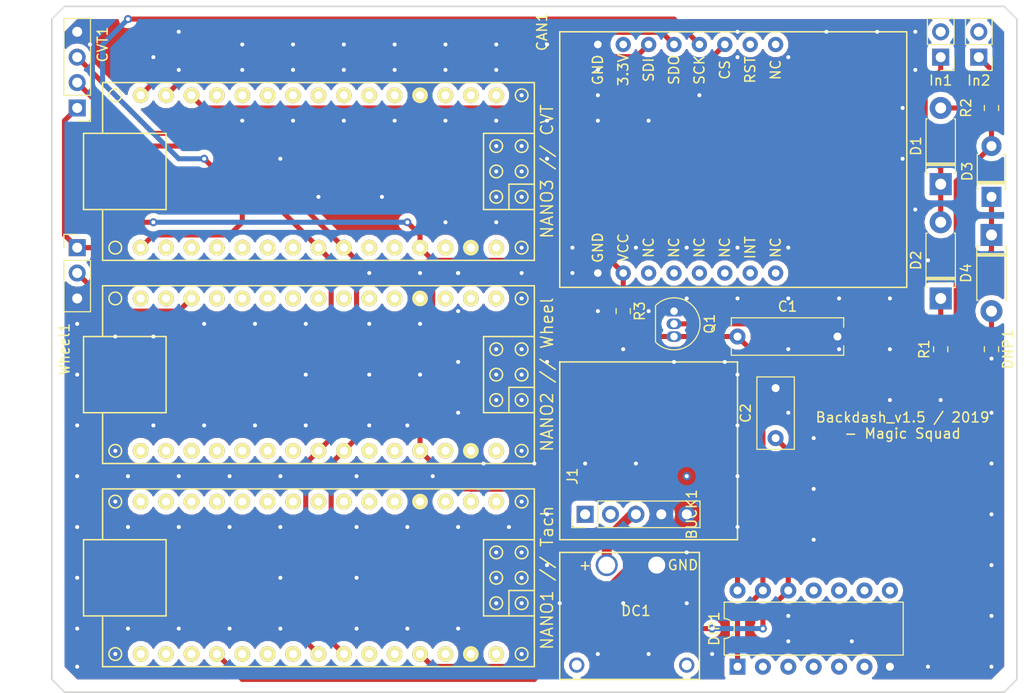
<source format=kicad_pcb>
(kicad_pcb (version 20171130) (host pcbnew 6.0.0-rc1-unknown-7c960aa~66~ubuntu18.04.1)
  (layers (0 F.Cu signal) (31 B.Cu signal) (34 B.Paste user) (35 F.Paste user) (36 B.SilkS user) (37 F.SilkS user) (38 B.Mask user) (39 F.Mask user) (44 Edge.Cuts user))
  (net 0 "")
  (net 1 /GND)
  (net 2 /VCC)
  (net 3 /A5)
  (net 4 /A4)
  (net 5 /A0)
  (net 6 /D10)
  (net 7 /SDI)
  (net 8 /SCK)
  (net 9 "Net-(BUCK1-Pad1)")
  (net 10 "Net-(BUCK1-Pad2)")
  (net 11 "Net-(C1-Pad1)")
  (net 12 /RST)
  (net 13 /CS)
  (net 14 /SDO)
  (net 15 /INT)
  (net 16 "Net-(D1-Pad2)")
  (net 17 "Net-(D1-Pad1)")
  (net 18 "Net-(D2-Pad1)")
  (net 19 "Net-(D3-Pad2)")
  (net 20 "Net-(D3-Pad1)")
  (net 21 "Net-(D4-Pad2)")
  (net 22 "Net-(DIP1-Pad6)")
  (net 23 "Net-(DIP1-Pad5)")
  (net 24 "Net-(DIP1-Pad11)")
  (net 25 "Net-(DIP1-Pad4)")
  (net 26 "Net-(DIP1-Pad10)")
  (net 27 "Net-(DIP1-Pad3)")
  (net 28 "Net-(DIP1-Pad9)")
  (net 29 "Net-(DIP1-Pad2)")
  (net 30 "Net-(DIP1-Pad8)")
  (net 31 /REF)
  (net 32 /+)
  (net 33 "Net-(CAN1-Pad8)")
  (net 34 "Net-(CAN1-Pad2)")
  (net 35 "Net-(CAN1-Pad9)")
  (net 36 "Net-(CAN1-Pad11)")
  (net 37 "Net-(CAN1-Pad12)")
  (net 38 "Net-(CAN1-Pad13)")
  (net 39 "Net-(CAN1-Pad14)")
  (net 40 "Net-(DC1-Pad3)")
  (net 41 "Net-(DC1-Pad4)")
  (net 42 "Net-(NANO1/Tach1-Pad30)")
  (net 43 "Net-(NANO1/Tach1-Pad1)")
  (net 44 "Net-(NANO1/Tach1-Pad2)")
  (net 45 "Net-(NANO1/Tach1-Pad26)")
  (net 46 "Net-(NANO1/Tach1-Pad5)")
  (net 47 "Net-(NANO1/Tach1-Pad25)")
  (net 48 "Net-(NANO1/Tach1-Pad6)")
  (net 49 "Net-(NANO1/Tach1-Pad7)")
  (net 50 "Net-(NANO1/Tach1-Pad8)")
  (net 51 "Net-(NANO1/Tach1-Pad22)")
  (net 52 "Net-(NANO1/Tach1-Pad9)")
  (net 53 "Net-(NANO1/Tach1-Pad21)")
  (net 54 "Net-(NANO1/Tach1-Pad10)")
  (net 55 "Net-(NANO1/Tach1-Pad20)")
  (net 56 "Net-(NANO1/Tach1-Pad11)")
  (net 57 "Net-(NANO1/Tach1-Pad12)")
  (net 58 "Net-(NANO1/Tach1-Pad18)")
  (net 59 "Net-(NANO1/Tach1-Pad13)")
  (net 60 "Net-(NANO1/Tach1-Pad17)")
  (net 61 "Net-(NANO1/Tach1-Pad14)")
  (net 62 "Net-(NANO1/Tach1-Pad16)")
  (net 63 "Net-(NANO1/Tach1-Pad15)")
  (net 64 "Net-(NANO2/Wheel1-Pad30)")
  (net 65 "Net-(NANO2/Wheel1-Pad1)")
  (net 66 "Net-(NANO2/Wheel1-Pad2)")
  (net 67 "Net-(NANO2/Wheel1-Pad26)")
  (net 68 "Net-(NANO2/Wheel1-Pad5)")
  (net 69 "Net-(NANO2/Wheel1-Pad25)")
  (net 70 "Net-(NANO2/Wheel1-Pad6)")
  (net 71 "Net-(NANO2/Wheel1-Pad7)")
  (net 72 "Net-(NANO2/Wheel1-Pad8)")
  (net 73 "Net-(NANO2/Wheel1-Pad22)")
  (net 74 "Net-(NANO2/Wheel1-Pad9)")
  (net 75 "Net-(NANO2/Wheel1-Pad21)")
  (net 76 "Net-(NANO2/Wheel1-Pad10)")
  (net 77 "Net-(NANO2/Wheel1-Pad20)")
  (net 78 "Net-(NANO2/Wheel1-Pad11)")
  (net 79 "Net-(NANO2/Wheel1-Pad19)")
  (net 80 "Net-(NANO2/Wheel1-Pad12)")
  (net 81 "Net-(NANO2/Wheel1-Pad18)")
  (net 82 "Net-(NANO2/Wheel1-Pad17)")
  (net 83 "Net-(NANO2/Wheel1-Pad14)")
  (net 84 "Net-(NANO2/Wheel1-Pad16)")
  (net 85 "Net-(NANO2/Wheel1-Pad15)")
  (net 86 "Net-(NANO3/CVT1-Pad17)")
  (net 87 "Net-(NANO3/CVT1-Pad12)")
  (net 88 "Net-(NANO3/CVT1-Pad19)")
  (net 89 "Net-(NANO3/CVT1-Pad11)")
  (net 90 "Net-(NANO3/CVT1-Pad20)")
  (net 91 "Net-(NANO3/CVT1-Pad10)")
  (net 92 "Net-(NANO3/CVT1-Pad21)")
  (net 93 "Net-(NANO3/CVT1-Pad9)")
  (net 94 "Net-(NANO3/CVT1-Pad22)")
  (net 95 "Net-(NANO3/CVT1-Pad8)")
  (net 96 "Net-(NANO3/CVT1-Pad7)")
  (net 97 "Net-(NANO3/CVT1-Pad6)")
  (net 98 "Net-(NANO3/CVT1-Pad25)")
  (net 99 "Net-(NANO3/CVT1-Pad5)")
  (net 100 "Net-(NANO3/CVT1-Pad26)")
  (net 101 "Net-(NANO3/CVT1-Pad2)")
  (net 102 "Net-(NANO3/CVT1-Pad1)")
  (net 103 "Net-(NANO3/CVT1-Pad30)")
  (module TestBaja:arduino_nano (layer F.Cu) (at 88.9 54.61 180)
    (fp_text reference "NANO2 // Wheel" (at -22.86 0 270) (layer F.SilkS) (effects (font (size 1.2 1.2))))
    (fp_text value Conn_01x30_Female)
    (pad 30 thru_hole circle (at -17.78 -7.62 180) (size 1.5748 1.5748) (drill 0.8) (layers *.Cu *.Mask F.SilkS) (net 64 "Net-(NANO2/Wheel1-Pad30)"))
    (pad 1 thru_hole circle (at -17.78 7.62 180) (size 1.5748 1.5748) (drill 0.8) (layers *.Cu *.Mask F.SilkS) (net 65 "Net-(NANO2/Wheel1-Pad1)"))
    (pad 29 thru_hole circle (at -15.24 -7.62 180) (size 1.5748 1.5748) (drill 0.8) (layers *.Cu *.Mask F.SilkS) (net 1 /GND))
    (pad 2 thru_hole circle (at -15.24 7.62 180) (size 1.5748 1.5748) (drill 0.8) (layers *.Cu *.Mask F.SilkS) (net 66 "Net-(NANO2/Wheel1-Pad2)"))
    (pad 28 thru_hole circle (at -12.7 -7.62 180) (size 1.5748 1.5748) (drill 0.8) (layers *.Cu *.Mask F.SilkS) (net 12 /RST))
    (pad 3 thru_hole circle (at -12.7 7.62 180) (size 1.5748 1.5748) (drill 0.8) (layers *.Cu *.Mask F.SilkS) (net 12 /RST))
    (pad 27 thru_hole circle (at -10.16 -7.62 180) (size 1.5748 1.5748) (drill 0.8) (layers *.Cu *.Mask F.SilkS) (net 2 /VCC))
    (pad 4 thru_hole circle (at -10.16 7.62 180) (size 1.5748 1.5748) (drill 0.8) (layers *.Cu *.Mask F.SilkS) (net 1 /GND))
    (pad 26 thru_hole circle (at -7.62 -7.62 180) (size 1.5748 1.5748) (drill 0.8) (layers *.Cu *.Mask F.SilkS) (net 67 "Net-(NANO2/Wheel1-Pad26)"))
    (pad 5 thru_hole circle (at -7.62 7.62 180) (size 1.5748 1.5748) (drill 0.8) (layers *.Cu *.Mask F.SilkS) (net 68 "Net-(NANO2/Wheel1-Pad5)"))
    (pad 25 thru_hole circle (at -5.08 -7.62 180) (size 1.5748 1.5748) (drill 0.8) (layers *.Cu *.Mask F.SilkS) (net 69 "Net-(NANO2/Wheel1-Pad25)"))
    (pad 6 thru_hole circle (at -5.08 7.62 180) (size 1.5748 1.5748) (drill 0.8) (layers *.Cu *.Mask F.SilkS) (net 70 "Net-(NANO2/Wheel1-Pad6)"))
    (pad 24 thru_hole circle (at -2.54 -7.62 180) (size 1.5748 1.5748) (drill 0.8) (layers *.Cu *.Mask F.SilkS) (net 3 /A5))
    (pad 7 thru_hole circle (at -2.54 7.62 180) (size 1.5748 1.5748) (drill 0.8) (layers *.Cu *.Mask F.SilkS) (net 71 "Net-(NANO2/Wheel1-Pad7)"))
    (pad 23 thru_hole circle (at 0 -7.62 180) (size 1.5748 1.5748) (drill 0.8) (layers *.Cu *.Mask F.SilkS) (net 4 /A4))
    (pad 8 thru_hole circle (at 0 7.62 180) (size 1.5748 1.5748) (drill 0.8) (layers *.Cu *.Mask F.SilkS) (net 72 "Net-(NANO2/Wheel1-Pad8)"))
    (pad 22 thru_hole circle (at 2.54 -7.62 180) (size 1.5748 1.5748) (drill 0.8) (layers *.Cu *.Mask F.SilkS) (net 73 "Net-(NANO2/Wheel1-Pad22)"))
    (pad 9 thru_hole circle (at 2.54 7.62 180) (size 1.5748 1.5748) (drill 0.8) (layers *.Cu *.Mask F.SilkS) (net 74 "Net-(NANO2/Wheel1-Pad9)"))
    (pad 21 thru_hole circle (at 5.08 -7.62 180) (size 1.5748 1.5748) (drill 0.8) (layers *.Cu *.Mask F.SilkS) (net 75 "Net-(NANO2/Wheel1-Pad21)"))
    (pad 10 thru_hole circle (at 5.08 7.62 180) (size 1.5748 1.5748) (drill 0.8) (layers *.Cu *.Mask F.SilkS) (net 76 "Net-(NANO2/Wheel1-Pad10)"))
    (pad 20 thru_hole circle (at 7.62 -7.62 180) (size 1.5748 1.5748) (drill 0.8) (layers *.Cu *.Mask F.SilkS) (net 77 "Net-(NANO2/Wheel1-Pad20)"))
    (pad 11 thru_hole circle (at 7.62 7.62 180) (size 1.5748 1.5748) (drill 0.8) (layers *.Cu *.Mask F.SilkS) (net 78 "Net-(NANO2/Wheel1-Pad11)"))
    (pad 19 thru_hole circle (at 10.16 -7.62 180) (size 1.5748 1.5748) (drill 0.8) (layers *.Cu *.Mask F.SilkS) (net 79 "Net-(NANO2/Wheel1-Pad19)"))
    (pad 12 thru_hole circle (at 10.16 7.62 180) (size 1.5748 1.5748) (drill 0.8) (layers *.Cu *.Mask F.SilkS) (net 80 "Net-(NANO2/Wheel1-Pad12)"))
    (pad 18 thru_hole circle (at 12.7 -7.62 180) (size 1.5748 1.5748) (drill 0.8) (layers *.Cu *.Mask F.SilkS) (net 81 "Net-(NANO2/Wheel1-Pad18)"))
    (pad 13 thru_hole circle (at 12.7 7.62 180) (size 1.5748 1.5748) (drill 0.8) (layers *.Cu *.Mask F.SilkS) (net 6 /D10))
    (pad 17 thru_hole circle (at 15.24 -7.62 180) (size 1.5748 1.5748) (drill 0.8) (layers *.Cu *.Mask F.SilkS) (net 82 "Net-(NANO2/Wheel1-Pad17)"))
    (pad 14 thru_hole circle (at 15.24 7.62 180) (size 1.5748 1.5748) (drill 0.8) (layers *.Cu *.Mask F.SilkS) (net 83 "Net-(NANO2/Wheel1-Pad14)"))
    (pad 16 thru_hole circle (at 17.78 -7.62 180) (size 1.5748 1.5748) (drill 0.8) (layers *.Cu *.Mask F.SilkS) (net 84 "Net-(NANO2/Wheel1-Pad16)"))
    (pad 15 thru_hole circle (at 17.78 7.62 180) (size 1.5748 1.5748) (drill 0.8) (layers *.Cu *.Mask F.SilkS) (net 85 "Net-(NANO2/Wheel1-Pad15)"))
  )
  (module TestBaja:CAN_Module (layer F.Cu) (at 113.03 20.32 270)
    (fp_text reference CAN1 (at 0 1.77 270) (layer F.SilkS))
    (fp_text value Conn_01x16_Female)
    (fp_text user NC (at 3.81 -21.59 270) (layer F.SilkS))
    (fp_text user RST (at 3.81 -19.05 270) (layer F.SilkS))
    (fp_text user CS (at 3.81 -16.51 270) (layer F.SilkS))
    (fp_text user SCK (at 3.81 -13.97 270) (layer F.SilkS))
    (fp_text user SDO (at 3.81 -11.43 270) (layer F.SilkS))
    (fp_text user SDI (at 3.81 -8.89 270) (layer F.SilkS))
    (fp_text user 3.3V (at 3.81 -6.35 270) (layer F.SilkS))
    (fp_text user GND (at 3.81 -3.81 270) (layer F.SilkS))
    (fp_text user NC (at 21.59 -21.59 270) (layer F.SilkS))
    (fp_text user INT (at 21.59 -19.05 270) (layer F.SilkS))
    (fp_text user NC (at 21.59 -16.51 270) (layer F.SilkS))
    (fp_text user NC (at 21.59 -13.97 270) (layer F.SilkS))
    (fp_text user NC (at 21.59 -11.43 270) (layer F.SilkS))
    (fp_text user NC (at 21.59 -8.89 270) (layer F.SilkS))
    (fp_text user VCC (at 21.59 -6.35 270) (layer F.SilkS))
    (fp_text user GND (at 21.59 -3.81 270) (layer F.SilkS))
    (pad 16 thru_hole circle (at 24.13 -3.81 270) (size 1.524 1.524) (drill 0.762) (layers *.Cu *.Mask) (net 1 /GND))
    (pad 15 thru_hole circle (at 24.13 -6.35 270) (size 1.524 1.524) (drill 0.762) (layers *.Cu *.Mask) (net 2 /VCC))
    (pad 14 thru_hole circle (at 24.13 -8.89 270) (size 1.524 1.524) (drill 0.762) (layers *.Cu *.Mask) (net 39 "Net-(CAN1-Pad14)"))
    (pad 13 thru_hole circle (at 24.13 -11.43 270) (size 1.524 1.524) (drill 0.762) (layers *.Cu *.Mask) (net 38 "Net-(CAN1-Pad13)"))
    (pad 12 thru_hole circle (at 24.13 -13.97 270) (size 1.524 1.524) (drill 0.762) (layers *.Cu *.Mask) (net 37 "Net-(CAN1-Pad12)"))
    (pad 11 thru_hole circle (at 24.13 -16.51 270) (size 1.524 1.524) (drill 0.762) (layers *.Cu *.Mask) (net 36 "Net-(CAN1-Pad11)"))
    (pad 10 thru_hole circle (at 24.13 -19.05 270) (size 1.524 1.524) (drill 0.762) (layers *.Cu *.Mask) (net 15 /INT))
    (pad 9 thru_hole circle (at 24.13 -21.59 270) (size 1.524 1.524) (drill 0.762) (layers *.Cu *.Mask) (net 35 "Net-(CAN1-Pad9)"))
    (pad 1 thru_hole circle (at 1.27 -3.81 270) (size 1.524 1.524) (drill 0.762) (layers *.Cu *.Mask) (net 1 /GND))
    (pad 2 thru_hole circle (at 1.27 -6.35 270) (size 1.524 1.524) (drill 0.762) (layers *.Cu *.Mask) (net 34 "Net-(CAN1-Pad2)"))
    (pad 3 thru_hole circle (at 1.27 -8.89 270) (size 1.524 1.524) (drill 0.762) (layers *.Cu *.Mask) (net 7 /SDI))
    (pad 4 thru_hole circle (at 1.27 -11.43 270) (size 1.524 1.524) (drill 0.762) (layers *.Cu *.Mask) (net 14 /SDO))
    (pad 5 thru_hole circle (at 1.27 -13.97 270) (size 1.524 1.524) (drill 0.762) (layers *.Cu *.Mask) (net 8 /SCK))
    (pad 6 thru_hole circle (at 1.27 -16.51 270) (size 1.524 1.524) (drill 0.762) (layers *.Cu *.Mask) (net 13 /CS))
    (pad 7 thru_hole circle (at 1.27 -19.05 270) (size 1.524 1.524) (drill 0.762) (layers *.Cu *.Mask) (net 12 /RST))
    (pad 8 thru_hole circle (at 1.27 -21.59 270) (size 1.524 1.524) (drill 0.762) (layers *.Cu *.Mask) (net 33 "Net-(CAN1-Pad8)"))
  )
  (module TestBaja:Buck_module (layer F.Cu) (at 130.81 71.12 90)
    (fp_text reference BUCK1 (at 2.54 -4.58 90) (layer F.SilkS))
    (fp_text value Conn_01x05_Female)
    (fp_text user J1 (at 6.35 -16.51 90) (layer F.SilkS))
    (pad 2 thru_hole oval (at 2.54 -12.7 90) (size 1.7 1.7) (drill 1) (layers *.Cu *.Mask) (net 10 "Net-(BUCK1-Pad2)"))
    (pad 4 thru_hole oval (at 2.54 -7.62 90) (size 1.7 1.7) (drill 1) (layers *.Cu *.Mask) (net 1 /GND))
    (pad 1 thru_hole rect (at 2.54 -15.24 90) (size 1.7 1.7) (drill 1) (layers *.Cu *.Mask) (net 9 "Net-(BUCK1-Pad1)"))
    (pad 3 thru_hole oval (at 2.54 -10.16 90) (size 1.7 1.7) (drill 1) (layers *.Cu *.Mask) (net 32 /+))
    (pad 5 thru_hole oval (at 2.54 -5.08 90) (size 1.7 1.7) (drill 1) (layers *.Cu *.Mask) (net 2 /VCC))
  )
  (module TestBaja:DC_Connector (layer F.Cu) (at 125.73 73.66 180)
    (fp_text reference DC1 (at 5.08 -4.58 180) (layer F.SilkS))
    (fp_text value Conn_01x04_Female)
    (fp_text user GND (at 0.375 0 180) (layer F.SilkS))
    (fp_text user + (at 10.16 0 180) (layer F.SilkS))
    (pad 4 thru_hole circle (at 0 -10 180) (size 1.524 1.524) (drill 1) (layers *.Cu *.Mask) (net 41 "Net-(DC1-Pad4)"))
    (pad 3 thru_hole circle (at 11 -10 180) (size 1.524 1.524) (drill 1) (layers *.Cu *.Mask) (net 40 "Net-(DC1-Pad3)"))
    (pad 1 thru_hole circle (at 3 0 180) (size 2.2 2.2) (drill 1.7) (layers *.Cu *.Mask) (net 1 /GND))
    (pad 2 thru_hole circle (at 8 0 180) (size 2.2 2.2) (drill 1.7) (layers *.Cu *.Mask) (net 32 /+))
  )
  (module TestBaja:arduino_nano (layer F.Cu) (at 88.9 34.29 180)
    (fp_text reference "NANO3 // CVT" (at -22.86 0 270) (layer F.SilkS) (effects (font (size 1.2 1.2))))
    (fp_text value Conn_01x30_Female)
    (pad 15 thru_hole circle (at 17.78 7.62 180) (size 1.5748 1.5748) (drill 0.8) (layers *.Cu *.Mask F.SilkS) (net 14 /SDO))
    (pad 16 thru_hole circle (at 17.78 -7.62 180) (size 1.5748 1.5748) (drill 0.8) (layers *.Cu *.Mask F.SilkS) (net 8 /SCK))
    (pad 14 thru_hole circle (at 15.24 7.62 180) (size 1.5748 1.5748) (drill 0.8) (layers *.Cu *.Mask F.SilkS) (net 7 /SDI))
    (pad 17 thru_hole circle (at 15.24 -7.62 180) (size 1.5748 1.5748) (drill 0.8) (layers *.Cu *.Mask F.SilkS) (net 86 "Net-(NANO3/CVT1-Pad17)"))
    (pad 13 thru_hole circle (at 12.7 7.62 180) (size 1.5748 1.5748) (drill 0.8) (layers *.Cu *.Mask F.SilkS) (net 13 /CS))
    (pad 18 thru_hole circle (at 12.7 -7.62 180) (size 1.5748 1.5748) (drill 0.8) (layers *.Cu *.Mask F.SilkS) (net 31 /REF))
    (pad 12 thru_hole circle (at 10.16 7.62 180) (size 1.5748 1.5748) (drill 0.8) (layers *.Cu *.Mask F.SilkS) (net 87 "Net-(NANO3/CVT1-Pad12)"))
    (pad 19 thru_hole circle (at 10.16 -7.62 180) (size 1.5748 1.5748) (drill 0.8) (layers *.Cu *.Mask F.SilkS) (net 88 "Net-(NANO3/CVT1-Pad19)"))
    (pad 11 thru_hole circle (at 7.62 7.62 180) (size 1.5748 1.5748) (drill 0.8) (layers *.Cu *.Mask F.SilkS) (net 89 "Net-(NANO3/CVT1-Pad11)"))
    (pad 20 thru_hole circle (at 7.62 -7.62 180) (size 1.5748 1.5748) (drill 0.8) (layers *.Cu *.Mask F.SilkS) (net 90 "Net-(NANO3/CVT1-Pad20)"))
    (pad 10 thru_hole circle (at 5.08 7.62 180) (size 1.5748 1.5748) (drill 0.8) (layers *.Cu *.Mask F.SilkS) (net 91 "Net-(NANO3/CVT1-Pad10)"))
    (pad 21 thru_hole circle (at 5.08 -7.62 180) (size 1.5748 1.5748) (drill 0.8) (layers *.Cu *.Mask F.SilkS) (net 92 "Net-(NANO3/CVT1-Pad21)"))
    (pad 9 thru_hole circle (at 2.54 7.62 180) (size 1.5748 1.5748) (drill 0.8) (layers *.Cu *.Mask F.SilkS) (net 93 "Net-(NANO3/CVT1-Pad9)"))
    (pad 22 thru_hole circle (at 2.54 -7.62 180) (size 1.5748 1.5748) (drill 0.8) (layers *.Cu *.Mask F.SilkS) (net 94 "Net-(NANO3/CVT1-Pad22)"))
    (pad 8 thru_hole circle (at 0 7.62 180) (size 1.5748 1.5748) (drill 0.8) (layers *.Cu *.Mask F.SilkS) (net 95 "Net-(NANO3/CVT1-Pad8)"))
    (pad 23 thru_hole circle (at 0 -7.62 180) (size 1.5748 1.5748) (drill 0.8) (layers *.Cu *.Mask F.SilkS) (net 4 /A4))
    (pad 7 thru_hole circle (at -2.54 7.62 180) (size 1.5748 1.5748) (drill 0.8) (layers *.Cu *.Mask F.SilkS) (net 96 "Net-(NANO3/CVT1-Pad7)"))
    (pad 24 thru_hole circle (at -2.54 -7.62 180) (size 1.5748 1.5748) (drill 0.8) (layers *.Cu *.Mask F.SilkS) (net 3 /A5))
    (pad 6 thru_hole circle (at -5.08 7.62 180) (size 1.5748 1.5748) (drill 0.8) (layers *.Cu *.Mask F.SilkS) (net 97 "Net-(NANO3/CVT1-Pad6)"))
    (pad 25 thru_hole circle (at -5.08 -7.62 180) (size 1.5748 1.5748) (drill 0.8) (layers *.Cu *.Mask F.SilkS) (net 98 "Net-(NANO3/CVT1-Pad25)"))
    (pad 5 thru_hole circle (at -7.62 7.62 180) (size 1.5748 1.5748) (drill 0.8) (layers *.Cu *.Mask F.SilkS) (net 99 "Net-(NANO3/CVT1-Pad5)"))
    (pad 26 thru_hole circle (at -7.62 -7.62 180) (size 1.5748 1.5748) (drill 0.8) (layers *.Cu *.Mask F.SilkS) (net 100 "Net-(NANO3/CVT1-Pad26)"))
    (pad 4 thru_hole circle (at -10.16 7.62 180) (size 1.5748 1.5748) (drill 0.8) (layers *.Cu *.Mask F.SilkS) (net 1 /GND))
    (pad 27 thru_hole circle (at -10.16 -7.62 180) (size 1.5748 1.5748) (drill 0.8) (layers *.Cu *.Mask F.SilkS) (net 2 /VCC))
    (pad 3 thru_hole circle (at -12.7 7.62 180) (size 1.5748 1.5748) (drill 0.8) (layers *.Cu *.Mask F.SilkS) (net 12 /RST))
    (pad 28 thru_hole circle (at -12.7 -7.62 180) (size 1.5748 1.5748) (drill 0.8) (layers *.Cu *.Mask F.SilkS) (net 12 /RST))
    (pad 2 thru_hole circle (at -15.24 7.62 180) (size 1.5748 1.5748) (drill 0.8) (layers *.Cu *.Mask F.SilkS) (net 101 "Net-(NANO3/CVT1-Pad2)"))
    (pad 29 thru_hole circle (at -15.24 -7.62 180) (size 1.5748 1.5748) (drill 0.8) (layers *.Cu *.Mask F.SilkS) (net 1 /GND))
    (pad 1 thru_hole circle (at -17.78 7.62 180) (size 1.5748 1.5748) (drill 0.8) (layers *.Cu *.Mask F.SilkS) (net 102 "Net-(NANO3/CVT1-Pad1)"))
    (pad 30 thru_hole circle (at -17.78 -7.62 180) (size 1.5748 1.5748) (drill 0.8) (layers *.Cu *.Mask F.SilkS) (net 103 "Net-(NANO3/CVT1-Pad30)"))
  )
  (module Connector_PinHeader_2.54mm:PinHeader_1x03_P2.54mm_Vertical (layer F.Cu) (at 64.77 41.91)
    (fp_text reference Wheel1 (at -1.27 10.16 90) (layer F.SilkS))
    (fp_text value Conn_01x03_Female)
    (pad 3 thru_hole oval (at 0 5.08) (size 1.7 1.7) (drill 1) (layers *.Cu *.Mask) (net 1 /GND))
    (pad 2 thru_hole oval (at 0 2.54) (size 1.7 1.7) (drill 1) (layers *.Cu *.Mask) (net 6 /D10))
    (pad 1 thru_hole rect (at 0 0) (size 1.7 1.7) (drill 1) (layers *.Cu *.Mask) (net 2 /VCC))
  )
  (module Resistor_SMD:R_0805_2012Metric (layer F.Cu) (at 119.38 48.26 270)
    (fp_text reference R3 (at 0 -1.65 270) (layer F.SilkS))
    (fp_text value 4.7k)
    (pad 2 smd roundrect (at 0.9375 0 270) (size 0.975 1.4) (layers F.Cu F.Paste F.Mask) (net 11 "Net-(C1-Pad1)"))
    (pad 1 smd roundrect (at -0.9375 0 270) (size 0.975 1.4) (layers F.Cu F.Paste F.Mask) (net 2 /VCC))
  )
  (module Resistor_SMD:R_0805_2012Metric (layer F.Cu) (at 156.21 27.94 270)
    (fp_text reference R2 (at 0 2.54 270) (layer F.SilkS))
    (fp_text value 10k)
    (pad 2 smd roundrect (at 0.9375 0 270) (size 0.975 1.4) (layers F.Cu F.Paste F.Mask) (net 19 "Net-(D3-Pad2)"))
    (pad 1 smd roundrect (at -0.9375 0 270) (size 0.975 1.4) (layers F.Cu F.Paste F.Mask) (net 16 "Net-(D1-Pad2)"))
  )
  (module Resistor_SMD:R_0805_2012Metric (layer F.Cu) (at 151.13 52.07 90)
    (fp_text reference R1 (at 0 -1.65 90) (layer F.SilkS))
    (fp_text value 10k)
    (pad 2 smd roundrect (at 0.9375 0 90) (size 0.975 1.4) (layers F.Cu F.Paste F.Mask) (net 18 "Net-(D2-Pad1)"))
    (pad 1 smd roundrect (at -0.9375 0 90) (size 0.975 1.4) (layers F.Cu F.Paste F.Mask) (net 19 "Net-(D3-Pad2)"))
  )
  (module Package_TO_SOT_THT:TO-92_Inline (layer F.Cu) (at 124.46 48.26 270)
    (fp_text reference Q1 (at 1.27 -3.56 270) (layer F.SilkS))
    (fp_text value 2N3904)
    (pad 1 thru_hole rect (at 0 0 270) (size 1.05 1.5) (drill 0.75) (layers *.Cu *.Mask) (net 1 /GND))
    (pad 3 thru_hole oval (at 2.54 0 270) (size 1.05 1.5) (drill 0.75) (layers *.Cu *.Mask) (net 11 "Net-(C1-Pad1)"))
    (pad 2 thru_hole oval (at 1.27 0 270) (size 1.05 1.5) (drill 0.75) (layers *.Cu *.Mask) (net 20 "Net-(D3-Pad1)"))
  )
  (module TestBaja:arduino_nano (layer F.Cu) (at 88.9 74.93 180)
    (fp_text reference "NANO1 // Tach" (at -22.86 0 270) (layer F.SilkS) (effects (font (size 1.2 1.2))))
    (fp_text value Conn_01x30_Female)
    (pad 30 thru_hole circle (at -17.78 -7.62 180) (size 1.5748 1.5748) (drill 0.8) (layers *.Cu *.Mask F.SilkS) (net 42 "Net-(NANO1/Tach1-Pad30)"))
    (pad 1 thru_hole circle (at -17.78 7.62 180) (size 1.5748 1.5748) (drill 0.8) (layers *.Cu *.Mask F.SilkS) (net 43 "Net-(NANO1/Tach1-Pad1)"))
    (pad 29 thru_hole circle (at -15.24 -7.62 180) (size 1.5748 1.5748) (drill 0.8) (layers *.Cu *.Mask F.SilkS) (net 1 /GND))
    (pad 2 thru_hole circle (at -15.24 7.62 180) (size 1.5748 1.5748) (drill 0.8) (layers *.Cu *.Mask F.SilkS) (net 44 "Net-(NANO1/Tach1-Pad2)"))
    (pad 28 thru_hole circle (at -12.7 -7.62 180) (size 1.5748 1.5748) (drill 0.8) (layers *.Cu *.Mask F.SilkS) (net 12 /RST))
    (pad 3 thru_hole circle (at -12.7 7.62 180) (size 1.5748 1.5748) (drill 0.8) (layers *.Cu *.Mask F.SilkS) (net 12 /RST))
    (pad 27 thru_hole circle (at -10.16 -7.62 180) (size 1.5748 1.5748) (drill 0.8) (layers *.Cu *.Mask F.SilkS) (net 2 /VCC))
    (pad 4 thru_hole circle (at -10.16 7.62 180) (size 1.5748 1.5748) (drill 0.8) (layers *.Cu *.Mask F.SilkS) (net 1 /GND))
    (pad 26 thru_hole circle (at -7.62 -7.62 180) (size 1.5748 1.5748) (drill 0.8) (layers *.Cu *.Mask F.SilkS) (net 45 "Net-(NANO1/Tach1-Pad26)"))
    (pad 5 thru_hole circle (at -7.62 7.62 180) (size 1.5748 1.5748) (drill 0.8) (layers *.Cu *.Mask F.SilkS) (net 46 "Net-(NANO1/Tach1-Pad5)"))
    (pad 25 thru_hole circle (at -5.08 -7.62 180) (size 1.5748 1.5748) (drill 0.8) (layers *.Cu *.Mask F.SilkS) (net 47 "Net-(NANO1/Tach1-Pad25)"))
    (pad 6 thru_hole circle (at -5.08 7.62 180) (size 1.5748 1.5748) (drill 0.8) (layers *.Cu *.Mask F.SilkS) (net 48 "Net-(NANO1/Tach1-Pad6)"))
    (pad 24 thru_hole circle (at -2.54 -7.62 180) (size 1.5748 1.5748) (drill 0.8) (layers *.Cu *.Mask F.SilkS) (net 3 /A5))
    (pad 7 thru_hole circle (at -2.54 7.62 180) (size 1.5748 1.5748) (drill 0.8) (layers *.Cu *.Mask F.SilkS) (net 49 "Net-(NANO1/Tach1-Pad7)"))
    (pad 23 thru_hole circle (at 0 -7.62 180) (size 1.5748 1.5748) (drill 0.8) (layers *.Cu *.Mask F.SilkS) (net 4 /A4))
    (pad 8 thru_hole circle (at 0 7.62 180) (size 1.5748 1.5748) (drill 0.8) (layers *.Cu *.Mask F.SilkS) (net 50 "Net-(NANO1/Tach1-Pad8)"))
    (pad 22 thru_hole circle (at 2.54 -7.62 180) (size 1.5748 1.5748) (drill 0.8) (layers *.Cu *.Mask F.SilkS) (net 51 "Net-(NANO1/Tach1-Pad22)"))
    (pad 9 thru_hole circle (at 2.54 7.62 180) (size 1.5748 1.5748) (drill 0.8) (layers *.Cu *.Mask F.SilkS) (net 52 "Net-(NANO1/Tach1-Pad9)"))
    (pad 21 thru_hole circle (at 5.08 -7.62 180) (size 1.5748 1.5748) (drill 0.8) (layers *.Cu *.Mask F.SilkS) (net 53 "Net-(NANO1/Tach1-Pad21)"))
    (pad 10 thru_hole circle (at 5.08 7.62 180) (size 1.5748 1.5748) (drill 0.8) (layers *.Cu *.Mask F.SilkS) (net 54 "Net-(NANO1/Tach1-Pad10)"))
    (pad 20 thru_hole circle (at 7.62 -7.62 180) (size 1.5748 1.5748) (drill 0.8) (layers *.Cu *.Mask F.SilkS) (net 55 "Net-(NANO1/Tach1-Pad20)"))
    (pad 11 thru_hole circle (at 7.62 7.62 180) (size 1.5748 1.5748) (drill 0.8) (layers *.Cu *.Mask F.SilkS) (net 56 "Net-(NANO1/Tach1-Pad11)"))
    (pad 19 thru_hole circle (at 10.16 -7.62 180) (size 1.5748 1.5748) (drill 0.8) (layers *.Cu *.Mask F.SilkS) (net 5 /A0))
    (pad 12 thru_hole circle (at 10.16 7.62 180) (size 1.5748 1.5748) (drill 0.8) (layers *.Cu *.Mask F.SilkS) (net 57 "Net-(NANO1/Tach1-Pad12)"))
    (pad 18 thru_hole circle (at 12.7 -7.62 180) (size 1.5748 1.5748) (drill 0.8) (layers *.Cu *.Mask F.SilkS) (net 58 "Net-(NANO1/Tach1-Pad18)"))
    (pad 13 thru_hole circle (at 12.7 7.62 180) (size 1.5748 1.5748) (drill 0.8) (layers *.Cu *.Mask F.SilkS) (net 59 "Net-(NANO1/Tach1-Pad13)"))
    (pad 17 thru_hole circle (at 15.24 -7.62 180) (size 1.5748 1.5748) (drill 0.8) (layers *.Cu *.Mask F.SilkS) (net 60 "Net-(NANO1/Tach1-Pad17)"))
    (pad 14 thru_hole circle (at 15.24 7.62 180) (size 1.5748 1.5748) (drill 0.8) (layers *.Cu *.Mask F.SilkS) (net 61 "Net-(NANO1/Tach1-Pad14)"))
    (pad 16 thru_hole circle (at 17.78 -7.62 180) (size 1.5748 1.5748) (drill 0.8) (layers *.Cu *.Mask F.SilkS) (net 62 "Net-(NANO1/Tach1-Pad16)"))
    (pad 15 thru_hole circle (at 17.78 7.62 180) (size 1.5748 1.5748) (drill 0.8) (layers *.Cu *.Mask F.SilkS) (net 63 "Net-(NANO1/Tach1-Pad15)"))
  )
  (module Connector_PinHeader_2.54mm:PinHeader_1x02_P2.54mm_Vertical (layer F.Cu) (at 154.94 22.86 180)
    (fp_text reference In2 (at 0 -2.33 180) (layer F.SilkS))
    (fp_text value Vin-)
    (pad 2 thru_hole oval (at 0 2.54 180) (size 1.7 1.7) (drill 1) (layers *.Cu *.Mask))
    (pad 1 thru_hole rect (at 0 0 180) (size 1.7 1.7) (drill 1) (layers *.Cu *.Mask) (net 16 "Net-(D1-Pad2)"))
  )
  (module Connector_PinHeader_2.54mm:PinHeader_1x02_P2.54mm_Vertical (layer F.Cu) (at 151.13 22.86 180)
    (fp_text reference In1 (at 0 -2.33 180) (layer F.SilkS))
    (fp_text value "Vin +")
    (pad 2 thru_hole oval (at 0 2.54 180) (size 1.7 1.7) (drill 1) (layers *.Cu *.Mask))
    (pad 1 thru_hole rect (at 0 0 180) (size 1.7 1.7) (drill 1) (layers *.Cu *.Mask) (net 17 "Net-(D1-Pad1)"))
  )
  (module Resistor_SMD:R_0805_2012Metric (layer F.Cu) (at 156.21 52.07 270)
    (fp_text reference DNP1 (at 0 -1.65 270) (layer F.SilkS))
    (fp_text value DNP)
    (pad 2 smd roundrect (at 0.9375 0 270) (size 0.975 1.4) (layers F.Cu F.Paste F.Mask) (net 1 /GND))
    (pad 1 smd roundrect (at -0.9375 0 270) (size 0.975 1.4) (layers F.Cu F.Paste F.Mask) (net 21 "Net-(D4-Pad2)"))
  )
  (module Package_DIP:DIP-14_W7.62mm (layer F.Cu) (at 130.81 83.82 90)
    (fp_text reference DIP1 (at 3.81 -2.33 90) (layer F.SilkS))
    (fp_text value SN74HC14N)
    (pad 14 thru_hole oval (at 7.62 0 90) (size 1.6 1.6) (drill 0.8) (layers *.Cu *.Mask) (net 2 /VCC))
    (pad 7 thru_hole oval (at 0 15.24 90) (size 1.6 1.6) (drill 0.8) (layers *.Cu *.Mask) (net 1 /GND))
    (pad 13 thru_hole oval (at 7.62 2.54 90) (size 1.6 1.6) (drill 0.8) (layers *.Cu *.Mask) (net 11 "Net-(C1-Pad1)"))
    (pad 6 thru_hole oval (at 0 12.7 90) (size 1.6 1.6) (drill 0.8) (layers *.Cu *.Mask) (net 22 "Net-(DIP1-Pad6)"))
    (pad 12 thru_hole oval (at 7.62 5.08 90) (size 1.6 1.6) (drill 0.8) (layers *.Cu *.Mask) (net 5 /A0))
    (pad 5 thru_hole oval (at 0 10.16 90) (size 1.6 1.6) (drill 0.8) (layers *.Cu *.Mask) (net 23 "Net-(DIP1-Pad5)"))
    (pad 11 thru_hole oval (at 7.62 7.62 90) (size 1.6 1.6) (drill 0.8) (layers *.Cu *.Mask) (net 24 "Net-(DIP1-Pad11)"))
    (pad 4 thru_hole oval (at 0 7.62 90) (size 1.6 1.6) (drill 0.8) (layers *.Cu *.Mask) (net 25 "Net-(DIP1-Pad4)"))
    (pad 10 thru_hole oval (at 7.62 10.16 90) (size 1.6 1.6) (drill 0.8) (layers *.Cu *.Mask) (net 26 "Net-(DIP1-Pad10)"))
    (pad 3 thru_hole oval (at 0 5.08 90) (size 1.6 1.6) (drill 0.8) (layers *.Cu *.Mask) (net 27 "Net-(DIP1-Pad3)"))
    (pad 9 thru_hole oval (at 7.62 12.7 90) (size 1.6 1.6) (drill 0.8) (layers *.Cu *.Mask) (net 28 "Net-(DIP1-Pad9)"))
    (pad 2 thru_hole oval (at 0 2.54 90) (size 1.6 1.6) (drill 0.8) (layers *.Cu *.Mask) (net 29 "Net-(DIP1-Pad2)"))
    (pad 8 thru_hole oval (at 7.62 15.24 90) (size 1.6 1.6) (drill 0.8) (layers *.Cu *.Mask) (net 30 "Net-(DIP1-Pad8)"))
    (pad 1 thru_hole rect (at 0 0 90) (size 1.6 1.6) (drill 0.8) (layers *.Cu *.Mask) (net 11 "Net-(C1-Pad1)"))
  )
  (module Diode_THT:D_DO-41_SOD81_P7.62mm_Horizontal (layer F.Cu) (at 156.21 40.64 270)
    (fp_text reference D4 (at 3.81 2.54 270) (layer F.SilkS))
    (fp_text value 1N4738)
    (pad 2 thru_hole oval (at 7.62 0 270) (size 2.2 2.2) (drill 1.1) (layers *.Cu *.Mask) (net 21 "Net-(D4-Pad2)"))
    (pad 1 thru_hole rect (at 0 0 270) (size 2.2 2.2) (drill 1.1) (layers *.Cu *.Mask) (net 20 "Net-(D3-Pad1)"))
  )
  (module Diode_THT:D_T-1_P5.08mm_Horizontal (layer F.Cu) (at 156.21 36.83 90)
    (fp_text reference D3 (at 2.54 -2.42 90) (layer F.SilkS))
    (fp_text value 1N4148)
    (pad 2 thru_hole oval (at 5.08 0 90) (size 2 2) (drill 1) (layers *.Cu *.Mask) (net 19 "Net-(D3-Pad2)"))
    (pad 1 thru_hole rect (at 0 0 90) (size 2 2) (drill 1) (layers *.Cu *.Mask) (net 20 "Net-(D3-Pad1)"))
  )
  (module Diode_THT:D_DO-41_SOD81_P7.62mm_Horizontal (layer F.Cu) (at 151.13 46.99 90)
    (fp_text reference D2 (at 3.81 -2.47 90) (layer F.SilkS))
    (fp_text value 1N4007)
    (pad 2 thru_hole oval (at 7.62 0 90) (size 2.2 2.2) (drill 1.1) (layers *.Cu *.Mask) (net 17 "Net-(D1-Pad1)"))
    (pad 1 thru_hole rect (at 0 0 90) (size 2.2 2.2) (drill 1.1) (layers *.Cu *.Mask) (net 18 "Net-(D2-Pad1)"))
  )
  (module Diode_THT:D_DO-41_SOD81_P7.62mm_Horizontal (layer F.Cu) (at 151.13 35.56 90)
    (fp_text reference D1 (at 3.81 -2.47 90) (layer F.SilkS))
    (fp_text value 1N4007)
    (pad 2 thru_hole oval (at 7.62 0 90) (size 2.2 2.2) (drill 1.1) (layers *.Cu *.Mask) (net 16 "Net-(D1-Pad2)"))
    (pad 1 thru_hole rect (at 0 0 90) (size 2.2 2.2) (drill 1.1) (layers *.Cu *.Mask) (net 17 "Net-(D1-Pad1)"))
  )
  (module Connector_PinHeader_2.54mm:PinHeader_1x04_P2.54mm_Vertical (layer F.Cu) (at 64.77 27.94 180)
    (fp_text reference CVT1 (at -2.54 6.35 270) (layer F.SilkS))
    (fp_text value Conn_01x04_Female)
    (pad 4 thru_hole oval (at 0 7.62 180) (size 1.7 1.7) (drill 1) (layers *.Cu *.Mask) (net 1 /GND))
    (pad 3 thru_hole oval (at 0 5.08 180) (size 1.7 1.7) (drill 1) (layers *.Cu *.Mask) (net 3 /A5))
    (pad 2 thru_hole oval (at 0 2.54 180) (size 1.7 1.7) (drill 1) (layers *.Cu *.Mask) (net 4 /A4))
    (pad 1 thru_hole rect (at 0 0 180) (size 1.7 1.7) (drill 1) (layers *.Cu *.Mask) (net 2 /VCC))
  )
  (module Capacitor_THT:C_Rect_L7.0mm_W3.5mm_P5.00mm (layer F.Cu) (at 134.62 60.96 90)
    (fp_text reference C2 (at 2.5 -3 90) (layer F.SilkS))
    (fp_text value 39nF)
    (pad 2 thru_hole circle (at 5 0 90) (size 1.6 1.6) (drill 0.8) (layers *.Cu *.Mask) (net 1 /GND))
    (pad 1 thru_hole circle (at 0 0 90) (size 1.6 1.6) (drill 0.8) (layers *.Cu *.Mask) (net 5 /A0))
  )
  (module Capacitor_THT:C_Rect_L11.0mm_W3.5mm_P10.00mm_MKT (layer F.Cu) (at 130.81 50.8)
    (fp_text reference C1 (at 5 -3) (layer F.SilkS))
    (fp_text value 2200pF)
    (pad 2 thru_hole circle (at 10 0) (size 1.6 1.6) (drill 0.8) (layers *.Cu *.Mask) (net 1 /GND))
    (pad 1 thru_hole circle (at 0 0) (size 1.6 1.6) (drill 0.8) (layers *.Cu *.Mask) (net 11 "Net-(C1-Pad1)"))
  )
  (gr_text "Backdash_v1.5 / 2019\n- Magic Squad" (at 147.32 59.69) (layer F.SilkS) (effects (font (size 1 1))))
  (gr_line (start 62.23 19.05) (end 63.5 17.78) (layer Edge.Cuts) (width 0.15))
  (gr_line (start 62.23 85.09) (end 62.23 19.05) (layer Edge.Cuts) (width 0.15))
  (gr_line (start 63.5 86.36) (end 62.23 85.09) (layer Edge.Cuts) (width 0.15))
  (gr_line (start 157.48 86.36) (end 63.5 86.36) (layer Edge.Cuts) (width 0.15))
  (gr_line (start 158.75 85.09) (end 157.48 86.36) (layer Edge.Cuts) (width 0.15))
  (gr_line (start 158.75 19.05) (end 158.75 85.09) (layer Edge.Cuts) (width 0.15))
  (gr_line (start 157.48 17.78) (end 158.75 19.05) (layer Edge.Cuts) (width 0.15))
  (gr_line (start 63.5 17.78) (end 157.48 17.78) (layer Edge.Cuts) (width 0.15))
  (segment (start 156.21 53.0075) (end 156.21 53.0075) (width 0.508) (layer F.Cu) (net 1))
  (segment (start 155.2725 53.0075) (end 152.4 55.88) (width 0.508) (layer F.Cu) (net 1))
  (segment (start 152.4 55.88) (end 149.86 55.88) (width 0.508) (layer F.Cu) (net 1))
  (segment (start 144.78 50.8) (end 140.81 50.8) (width 0.508) (layer F.Cu) (net 1))
  (segment (start 149.86 55.88) (end 146.05 52.07) (width 0.508) (layer F.Cu) (net 1))
  (segment (start 140.81 50.8) (end 138.43 50.8) (width 0.508) (layer F.Cu) (net 1))
  (segment (start 134.62 54.61) (end 134.62 55.96) (width 0.508) (layer F.Cu) (net 1))
  (segment (start 138.43 50.8) (end 134.62 54.61) (width 0.508) (layer F.Cu) (net 1))
  (via (at 92.71 80.01) (size 0.8) (drill 0.4) (layers F.Cu B.Cu) (net 1))
  (via (at 149.86 83.82) (size 0.8) (drill 0.4) (layers F.Cu B.Cu) (net 1))
  (via (at 156.21 83.82) (size 0.8) (drill 0.4) (layers F.Cu B.Cu) (net 1))
  (via (at 156.21 78.74) (size 0.8) (drill 0.4) (layers F.Cu B.Cu) (net 1))
  (via (at 156.21 73.66) (size 0.8) (drill 0.4) (layers F.Cu B.Cu) (net 1))
  (via (at 156.21 68.58) (size 0.8) (drill 0.4) (layers F.Cu B.Cu) (net 1))
  (via (at 156.21 63.5) (size 0.8) (drill 0.4) (layers F.Cu B.Cu) (net 1))
  (via (at 156.21 58.42) (size 0.8) (drill 0.4) (layers F.Cu B.Cu) (net 1))
  (segment (start 156.21 53.0075) (end 155.2725 53.0075) (width 0.508) (layer F.Cu) (net 1))
  (via (at 156.21 53.0075) (size 0.8) (drill 0.4) (layers F.Cu B.Cu) (net 1))
  (segment (start 146.05 52.07) (end 144.78 50.8) (width 0.508) (layer F.Cu) (net 1))
  (via (at 146.05 52.07) (size 0.8) (drill 0.4) (layers F.Cu B.Cu) (net 1))
  (via (at 151.13 57.15) (size 0.8) (drill 0.4) (layers F.Cu B.Cu) (net 1))
  (via (at 146.05 57.15) (size 0.8) (drill 0.4) (layers F.Cu B.Cu) (net 1))
  (via (at 135.89 52.07) (size 0.8) (drill 0.4) (layers F.Cu B.Cu) (net 1))
  (via (at 135.89 58.42) (size 0.8) (drill 0.4) (layers F.Cu B.Cu) (net 1))
  (via (at 138.43 60.96) (size 0.8) (drill 0.4) (layers F.Cu B.Cu) (net 1))
  (via (at 138.43 66.04) (size 0.8) (drill 0.4) (layers F.Cu B.Cu) (net 1))
  (via (at 138.43 71.12) (size 0.8) (drill 0.4) (layers F.Cu B.Cu) (net 1))
  (via (at 130.81 69.85) (size 0.8) (drill 0.4) (layers F.Cu B.Cu) (net 1))
  (via (at 130.81 64.77) (size 0.8) (drill 0.4) (layers F.Cu B.Cu) (net 1))
  (via (at 130.81 59.69) (size 0.8) (drill 0.4) (layers F.Cu B.Cu) (net 1))
  (via (at 130.81 54.61) (size 0.8) (drill 0.4) (layers F.Cu B.Cu) (net 1))
  (via (at 129.54 53.34) (size 0.8) (drill 0.4) (layers F.Cu B.Cu) (net 1))
  (via (at 124.46 53.34) (size 0.8) (drill 0.4) (layers F.Cu B.Cu) (net 1))
  (via (at 119.38 52.07) (size 0.8) (drill 0.4) (layers F.Cu B.Cu) (net 1))
  (via (at 121.92 48.26) (size 0.8) (drill 0.4) (layers F.Cu B.Cu) (net 1))
  (via (at 119.38 77.47) (size 0.8) (drill 0.4) (layers F.Cu B.Cu) (net 1))
  (via (at 125.73 77.47) (size 0.8) (drill 0.4) (layers F.Cu B.Cu) (net 1))
  (via (at 125.73 72.39) (size 0.8) (drill 0.4) (layers F.Cu B.Cu) (net 1))
  (via (at 116.84 82.55) (size 0.8) (drill 0.4) (layers F.Cu B.Cu) (net 1))
  (via (at 121.92 82.55) (size 0.8) (drill 0.4) (layers F.Cu B.Cu) (net 1))
  (via (at 92.71 74.93) (size 0.8) (drill 0.4) (layers F.Cu B.Cu) (net 1))
  (via (at 92.71 69.85) (size 0.8) (drill 0.4) (layers F.Cu B.Cu) (net 1))
  (via (at 97.79 69.85) (size 0.8) (drill 0.4) (layers F.Cu B.Cu) (net 1))
  (via (at 102.87 69.85) (size 0.8) (drill 0.4) (layers F.Cu B.Cu) (net 1))
  (via (at 107.95 69.85) (size 0.8) (drill 0.4) (layers F.Cu B.Cu) (net 1))
  (via (at 111.76 68.58) (size 0.8) (drill 0.4) (layers F.Cu B.Cu) (net 1))
  (via (at 97.79 80.01) (size 0.8) (drill 0.4) (layers F.Cu B.Cu) (net 1))
  (via (at 102.87 80.01) (size 0.8) (drill 0.4) (layers F.Cu B.Cu) (net 1))
  (via (at 113.03 77.47) (size 0.8) (drill 0.4) (layers F.Cu B.Cu) (net 1))
  (via (at 120.65 63.5) (size 0.8) (drill 0.4) (layers F.Cu B.Cu) (net 1))
  (via (at 115.57 63.5) (size 0.8) (drill 0.4) (layers F.Cu B.Cu) (net 1))
  (via (at 110.49 63.5) (size 0.8) (drill 0.4) (layers F.Cu B.Cu) (net 1))
  (via (at 105.41 63.5) (size 0.8) (drill 0.4) (layers F.Cu B.Cu) (net 1))
  (via (at 102.87 58.42) (size 0.8) (drill 0.4) (layers F.Cu B.Cu) (net 1))
  (via (at 102.87 53.34) (size 0.8) (drill 0.4) (layers F.Cu B.Cu) (net 1))
  (via (at 102.87 48.26) (size 0.8) (drill 0.4) (layers F.Cu B.Cu) (net 1))
  (via (at 116.84 48.26) (size 0.8) (drill 0.4) (layers F.Cu B.Cu) (net 1))
  (via (at 135.89 46.99) (size 0.8) (drill 0.4) (layers F.Cu B.Cu) (net 1))
  (via (at 140.97 46.99) (size 0.8) (drill 0.4) (layers F.Cu B.Cu) (net 1))
  (via (at 146.05 46.99) (size 0.8) (drill 0.4) (layers F.Cu B.Cu) (net 1))
  (via (at 149.86 43.18) (size 0.8) (drill 0.4) (layers F.Cu B.Cu) (net 1))
  (via (at 64.77 49.53) (size 0.8) (drill 0.4) (layers F.Cu B.Cu) (net 1))
  (via (at 64.77 54.61) (size 0.8) (drill 0.4) (layers F.Cu B.Cu) (net 1))
  (via (at 64.77 59.69) (size 0.8) (drill 0.4) (layers F.Cu B.Cu) (net 1))
  (via (at 64.77 64.77) (size 0.8) (drill 0.4) (layers F.Cu B.Cu) (net 1))
  (via (at 64.77 69.85) (size 0.8) (drill 0.4) (layers F.Cu B.Cu) (net 1))
  (via (at 64.77 74.93) (size 0.8) (drill 0.4) (layers F.Cu B.Cu) (net 1))
  (via (at 64.77 80.01) (size 0.8) (drill 0.4) (layers F.Cu B.Cu) (net 1))
  (via (at 85.09 80.01) (size 0.8) (drill 0.4) (layers F.Cu B.Cu) (net 1))
  (via (at 85.09 74.93) (size 0.8) (drill 0.4) (layers F.Cu B.Cu) (net 1))
  (via (at 85.09 69.85) (size 0.8) (drill 0.4) (layers F.Cu B.Cu) (net 1))
  (via (at 85.09 64.77) (size 0.8) (drill 0.4) (layers F.Cu B.Cu) (net 1))
  (via (at 92.71 64.77) (size 0.8) (drill 0.4) (layers F.Cu B.Cu) (net 1))
  (via (at 100.33 64.77) (size 0.8) (drill 0.4) (layers F.Cu B.Cu) (net 1))
  (via (at 99.06 54.61) (size 0.8) (drill 0.4) (layers F.Cu B.Cu) (net 1))
  (via (at 97.79 59.69) (size 0.8) (drill 0.4) (layers F.Cu B.Cu) (net 1))
  (via (at 87.63 59.69) (size 0.8) (drill 0.4) (layers F.Cu B.Cu) (net 1))
  (via (at 87.63 54.61) (size 0.8) (drill 0.4) (layers F.Cu B.Cu) (net 1))
  (via (at 80.01 64.77) (size 0.8) (drill 0.4) (layers F.Cu B.Cu) (net 1))
  (via (at 74.93 64.77) (size 0.8) (drill 0.4) (layers F.Cu B.Cu) (net 1))
  (via (at 69.85 64.77) (size 0.8) (drill 0.4) (layers F.Cu B.Cu) (net 1))
  (via (at 82.55 59.69) (size 0.8) (drill 0.4) (layers F.Cu B.Cu) (net 1))
  (via (at 77.47 59.69) (size 0.8) (drill 0.4) (layers F.Cu B.Cu) (net 1))
  (via (at 72.39 59.69) (size 0.8) (drill 0.4) (layers F.Cu B.Cu) (net 1))
  (via (at 80.01 69.85) (size 0.8) (drill 0.4) (layers F.Cu B.Cu) (net 1))
  (via (at 74.93 69.85) (size 0.8) (drill 0.4) (layers F.Cu B.Cu) (net 1))
  (via (at 69.85 69.85) (size 0.8) (drill 0.4) (layers F.Cu B.Cu) (net 1))
  (via (at 80.01 80.01) (size 0.8) (drill 0.4) (layers F.Cu B.Cu) (net 1))
  (via (at 74.93 80.01) (size 0.8) (drill 0.4) (layers F.Cu B.Cu) (net 1))
  (via (at 69.85 80.01) (size 0.8) (drill 0.4) (layers F.Cu B.Cu) (net 1))
  (via (at 93.98 59.69) (size 0.8) (drill 0.4) (layers F.Cu B.Cu) (net 1))
  (via (at 93.98 54.61) (size 0.8) (drill 0.4) (layers F.Cu B.Cu) (net 1))
  (via (at 88.9 36.83) (size 0.8) (drill 0.4) (layers F.Cu B.Cu) (net 1))
  (via (at 81.28 29.21) (size 0.8) (drill 0.4) (layers F.Cu B.Cu) (net 1))
  (via (at 85.09 33.02) (size 0.8) (drill 0.4) (layers F.Cu B.Cu) (net 1))
  (via (at 86.36 29.21) (size 0.8) (drill 0.4) (layers F.Cu B.Cu) (net 1))
  (via (at 91.44 29.21) (size 0.8) (drill 0.4) (layers F.Cu B.Cu) (net 1))
  (via (at 96.52 29.21) (size 0.8) (drill 0.4) (layers F.Cu B.Cu) (net 1))
  (via (at 101.6 29.21) (size 0.8) (drill 0.4) (layers F.Cu B.Cu) (net 1))
  (via (at 106.68 29.21) (size 0.8) (drill 0.4) (layers F.Cu B.Cu) (net 1))
  (via (at 111.76 29.21) (size 0.8) (drill 0.4) (layers F.Cu B.Cu) (net 1))
  (via (at 116.84 29.21) (size 0.8) (drill 0.4) (layers F.Cu B.Cu) (net 1))
  (via (at 121.92 29.21) (size 0.8) (drill 0.4) (layers F.Cu B.Cu) (net 1))
  (via (at 127 26.67) (size 0.8) (drill 0.4) (layers F.Cu B.Cu) (net 1))
  (via (at 130.81 22.86) (size 0.8) (drill 0.4) (layers F.Cu B.Cu) (net 1))
  (via (at 130.81 46.99) (size 0.8) (drill 0.4) (layers F.Cu B.Cu) (net 1))
  (via (at 125.73 46.99) (size 0.8) (drill 0.4) (layers F.Cu B.Cu) (net 1))
  (via (at 125.73 41.91) (size 0.8) (drill 0.4) (layers F.Cu B.Cu) (net 1))
  (via (at 130.81 41.91) (size 0.8) (drill 0.4) (layers F.Cu B.Cu) (net 1))
  (via (at 135.89 41.91) (size 0.8) (drill 0.4) (layers F.Cu B.Cu) (net 1))
  (via (at 147.32 33.02) (size 0.8) (drill 0.4) (layers F.Cu B.Cu) (net 1))
  (via (at 148.59 38.1) (size 0.8) (drill 0.4) (layers F.Cu B.Cu) (net 1))
  (via (at 147.32 27.94) (size 0.8) (drill 0.4) (layers F.Cu B.Cu) (net 1))
  (via (at 148.59 24.13) (size 0.8) (drill 0.4) (layers F.Cu B.Cu) (net 1))
  (via (at 148.59 20.32) (size 0.8) (drill 0.4) (layers F.Cu B.Cu) (net 1))
  (via (at 144.78 20.32) (size 0.8) (drill 0.4) (layers F.Cu B.Cu) (net 1))
  (via (at 139.7 20.32) (size 0.8) (drill 0.4) (layers F.Cu B.Cu) (net 1))
  (via (at 135.89 22.86) (size 0.8) (drill 0.4) (layers F.Cu B.Cu) (net 1))
  (via (at 74.93 20.32) (size 0.8) (drill 0.4) (layers F.Cu B.Cu) (net 1))
  (via (at 72.39 22.86) (size 0.8) (drill 0.4) (layers F.Cu B.Cu) (net 1))
  (via (at 66.04 21.59) (size 0.8) (drill 0.4) (layers F.Cu B.Cu) (net 1))
  (via (at 95.25 36.83) (size 0.8) (drill 0.4) (layers F.Cu B.Cu) (net 1))
  (via (at 101.6 39.37) (size 0.8) (drill 0.4) (layers F.Cu B.Cu) (net 1))
  (via (at 109.22 41.91) (size 0.8) (drill 0.4) (layers F.Cu B.Cu) (net 1))
  (via (at 114.3 41.91) (size 0.8) (drill 0.4) (layers F.Cu B.Cu) (net 1))
  (via (at 120.65 41.91) (size 0.8) (drill 0.4) (layers F.Cu B.Cu) (net 1))
  (via (at 109.22 36.83) (size 0.8) (drill 0.4) (layers F.Cu B.Cu) (net 1))
  (via (at 106.68 36.83) (size 0.8) (drill 0.4) (layers F.Cu B.Cu) (net 1))
  (via (at 106.68 34.29) (size 0.8) (drill 0.4) (layers F.Cu B.Cu) (net 1))
  (via (at 106.68 31.75) (size 0.8) (drill 0.4) (layers F.Cu B.Cu) (net 1))
  (via (at 109.22 31.75) (size 0.8) (drill 0.4) (layers F.Cu B.Cu) (net 1))
  (via (at 109.22 34.29) (size 0.8) (drill 0.4) (layers F.Cu B.Cu) (net 1))
  (via (at 109.22 26.67) (size 0.8) (drill 0.4) (layers F.Cu B.Cu) (net 1))
  (via (at 106.68 52.07) (size 0.8) (drill 0.4) (layers F.Cu B.Cu) (net 1))
  (via (at 106.68 54.61) (size 0.8) (drill 0.4) (layers F.Cu B.Cu) (net 1))
  (via (at 106.68 57.15) (size 0.8) (drill 0.4) (layers F.Cu B.Cu) (net 1))
  (via (at 109.22 57.15) (size 0.8) (drill 0.4) (layers F.Cu B.Cu) (net 1))
  (via (at 109.22 54.61) (size 0.8) (drill 0.4) (layers F.Cu B.Cu) (net 1))
  (via (at 109.22 52.07) (size 0.8) (drill 0.4) (layers F.Cu B.Cu) (net 1))
  (via (at 109.22 62.23) (size 0.8) (drill 0.4) (layers F.Cu B.Cu) (net 1))
  (via (at 68.58 62.23) (size 0.8) (drill 0.4) (layers F.Cu B.Cu) (net 1))
  (via (at 68.58 67.31) (size 0.8) (drill 0.4) (layers F.Cu B.Cu) (net 1))
  (via (at 68.58 82.55) (size 0.8) (drill 0.4) (layers F.Cu B.Cu) (net 1))
  (via (at 64.77 83.82) (size 0.8) (drill 0.4) (layers F.Cu B.Cu) (net 1))
  (via (at 109.22 82.55) (size 0.8) (drill 0.4) (layers F.Cu B.Cu) (net 1))
  (via (at 109.22 77.47) (size 0.8) (drill 0.4) (layers F.Cu B.Cu) (net 1))
  (via (at 111.76 73.66) (size 0.8) (drill 0.4) (layers F.Cu B.Cu) (net 1))
  (via (at 111.76 53.34) (size 0.8) (drill 0.4) (layers F.Cu B.Cu) (net 1))
  (via (at 111.76 33.02) (size 0.8) (drill 0.4) (layers F.Cu B.Cu) (net 1))
  (via (at 109.22 72.39) (size 0.8) (drill 0.4) (layers F.Cu B.Cu) (net 1))
  (via (at 109.22 67.31) (size 0.8) (drill 0.4) (layers F.Cu B.Cu) (net 1))
  (via (at 109.22 74.93) (size 0.8) (drill 0.4) (layers F.Cu B.Cu) (net 1))
  (via (at 106.68 74.93) (size 0.8) (drill 0.4) (layers F.Cu B.Cu) (net 1))
  (via (at 106.68 77.47) (size 0.8) (drill 0.4) (layers F.Cu B.Cu) (net 1))
  (via (at 106.68 72.39) (size 0.8) (drill 0.4) (layers F.Cu B.Cu) (net 1))
  (via (at 93.98 44.45) (size 0.8) (drill 0.4) (layers F.Cu B.Cu) (net 1))
  (via (at 99.06 44.45) (size 0.8) (drill 0.4) (layers F.Cu B.Cu) (net 1))
  (via (at 72.39 50.8) (size 0.8) (drill 0.4) (layers F.Cu B.Cu) (net 1))
  (via (at 68.58 50.8) (size 0.8) (drill 0.4) (layers F.Cu B.Cu) (net 1))
  (via (at 77.47 49.53) (size 0.8) (drill 0.4) (layers F.Cu B.Cu) (net 1))
  (via (at 82.55 49.53) (size 0.8) (drill 0.4) (layers F.Cu B.Cu) (net 1))
  (via (at 87.63 49.53) (size 0.8) (drill 0.4) (layers F.Cu B.Cu) (net 1))
  (via (at 93.98 49.53) (size 0.8) (drill 0.4) (layers F.Cu B.Cu) (net 1))
  (via (at 99.06 49.53) (size 0.8) (drill 0.4) (layers F.Cu B.Cu) (net 1))
  (via (at 102.87 44.45) (size 0.8) (drill 0.4) (layers F.Cu B.Cu) (net 1))
  (via (at 102.87 44.45) (size 0.8) (drill 0.4) (layers F.Cu B.Cu) (net 1))
  (via (at 102.87 44.45) (size 0.8) (drill 0.4) (layers F.Cu B.Cu) (net 1))
  (via (at 109.22 44.45) (size 0.8) (drill 0.4) (layers F.Cu B.Cu) (net 1))
  (via (at 114.3 44.45) (size 0.8) (drill 0.4) (layers F.Cu B.Cu) (net 1))
  (via (at 109.22 46.99) (size 0.8) (drill 0.4) (layers F.Cu B.Cu) (net 1))
  (via (at 106.68 39.37) (size 0.8) (drill 0.4) (layers F.Cu B.Cu) (net 1))
  (via (at 128.27 82.55) (size 0.8) (drill 0.4) (layers F.Cu B.Cu) (net 1))
  (via (at 135.89 78.74) (size 0.8) (drill 0.4) (layers F.Cu B.Cu) (net 1))
  (via (at 135.89 81.28) (size 0.8) (drill 0.4) (layers F.Cu B.Cu) (net 1))
  (via (at 142.24 81.28) (size 0.8) (drill 0.4) (layers F.Cu B.Cu) (net 1))
  (via (at 140.97 52.07) (size 0.8) (drill 0.4) (layers F.Cu B.Cu) (net 1))
  (via (at 116.84 26.67) (size 0.8) (drill 0.4) (layers F.Cu B.Cu) (net 1))
  (via (at 116.84 24.13) (size 0.8) (drill 0.4) (layers F.Cu B.Cu) (net 1))
  (via (at 106.68 24.13) (size 0.8) (drill 0.4) (layers F.Cu B.Cu) (net 1))
  (via (at 101.6 24.13) (size 0.8) (drill 0.4) (layers F.Cu B.Cu) (net 1))
  (via (at 96.52 24.13) (size 0.8) (drill 0.4) (layers F.Cu B.Cu) (net 1))
  (via (at 91.44 24.13) (size 0.8) (drill 0.4) (layers F.Cu B.Cu) (net 1))
  (via (at 86.36 24.13) (size 0.8) (drill 0.4) (layers F.Cu B.Cu) (net 1))
  (via (at 81.28 24.13) (size 0.8) (drill 0.4) (layers F.Cu B.Cu) (net 1))
  (via (at 81.28 21.59) (size 0.8) (drill 0.4) (layers F.Cu B.Cu) (net 1))
  (via (at 86.36 21.59) (size 0.8) (drill 0.4) (layers F.Cu B.Cu) (net 1))
  (via (at 91.44 21.59) (size 0.8) (drill 0.4) (layers F.Cu B.Cu) (net 1))
  (via (at 96.52 21.59) (size 0.8) (drill 0.4) (layers F.Cu B.Cu) (net 1))
  (via (at 101.6 21.59) (size 0.8) (drill 0.4) (layers F.Cu B.Cu) (net 1))
  (via (at 106.68 21.59) (size 0.8) (drill 0.4) (layers F.Cu B.Cu) (net 1))
  (via (at 111.76 21.59) (size 0.8) (drill 0.4) (layers F.Cu B.Cu) (net 1))
  (via (at 74.93 24.13) (size 0.8) (drill 0.4) (layers F.Cu B.Cu) (net 1))
  (via (at 130.81 20.32) (size 0.8) (drill 0.4) (layers F.Cu B.Cu) (net 1))
  (via (at 97.79 39.37) (size 0.8) (drill 0.4) (layers F.Cu B.Cu) (net 2))
  (segment (start 64.77 27.94) (end 63.5 29.21) (width 0.508) (layer F.Cu) (net 2))
  (segment (start 63.5 29.21) (end 63.5 40.64) (width 0.508) (layer F.Cu) (net 2))
  (segment (start 63.5 40.64) (end 64.77 41.91) (width 0.508) (layer F.Cu) (net 2))
  (segment (start 64.77 41.91) (end 66.128 41.91) (width 0.508) (layer F.Cu) (net 2))
  (segment (start 66.128 41.91) (end 67.31 41.91) (width 0.508) (layer F.Cu) (net 2))
  (segment (start 67.31 41.91) (end 68.58 41.91) (width 0.508) (layer F.Cu) (net 2))
  (segment (start 68.58 41.91) (end 71.12 39.37) (width 0.508) (layer F.Cu) (net 2))
  (segment (start 71.12 39.37) (end 72.39 39.37) (width 0.508) (layer F.Cu) (net 2))
  (segment (start 72.39 39.37) (end 72.39 39.37) (width 0.508) (layer F.Cu) (net 2))
  (via (at 72.39 39.37) (size 0.8) (drill 0.4) (layers F.Cu B.Cu) (net 2))
  (segment (start 97.79 39.37) (end 99.06 40.64) (width 0.508) (layer F.Cu) (net 2))
  (segment (start 99.06 40.64) (end 99.06 41.91) (width 0.508) (layer F.Cu) (net 2))
  (segment (start 72.39 39.37) (end 97.79 39.37) (width 0.508) (layer B.Cu) (net 2))
  (segment (start 118.618001 43.688001) (end 119.38 44.45) (width 0.508) (layer F.Cu) (net 2))
  (segment (start 118.11 43.18) (end 118.618001 43.688001) (width 0.508) (layer F.Cu) (net 2))
  (segment (start 100.33 43.18) (end 118.11 43.18) (width 0.508) (layer F.Cu) (net 2))
  (segment (start 99.06 41.91) (end 100.33 43.18) (width 0.508) (layer F.Cu) (net 2))
  (segment (start 123.218599 66.068599) (end 125.73 68.58) (width 0.508) (layer F.Cu) (net 2))
  (segment (start 104.168599 66.068599) (end 123.218599 66.068599) (width 0.508) (layer F.Cu) (net 2))
  (segment (start 100.33 43.18) (end 100.33 57.15) (width 0.508) (layer F.Cu) (net 2))
  (segment (start 100.33 57.15) (end 99.06 58.42) (width 0.508) (layer F.Cu) (net 2))
  (segment (start 130.81 73.66) (end 125.73 68.58) (width 0.508) (layer F.Cu) (net 2))
  (segment (start 130.81 76.2) (end 130.81 73.66) (width 0.508) (layer F.Cu) (net 2))
  (segment (start 109.898521 83.791401) (end 123.839922 69.85) (width 0.508) (layer F.Cu) (net 2))
  (segment (start 99.06 82.55) (end 100.301401 83.791401) (width 0.508) (layer F.Cu) (net 2))
  (segment (start 100.301401 83.791401) (end 109.898521 83.791401) (width 0.508) (layer F.Cu) (net 2))
  (segment (start 123.839922 69.85) (end 125.73 69.85) (width 0.508) (layer F.Cu) (net 2))
  (segment (start 125.73 69.85) (end 125.73 68.58) (width 0.508) (layer F.Cu) (net 2))
  (segment (start 119.38 44.45) (end 119.38 47.3225) (width 0.508) (layer F.Cu) (net 2))
  (via (at 125.73 64.77) (size 0.8) (drill 0.4) (layers F.Cu B.Cu) (net 2))
  (segment (start 99.06 58.42) (end 99.06 62.23) (width 0.508) (layer F.Cu) (net 2))
  (segment (start 99.06 62.23) (end 102.87 66.04) (width 0.508) (layer F.Cu) (net 2))
  (segment (start 104.14 66.04) (end 104.168599 66.068599) (width 0.508) (layer F.Cu) (net 2))
  (segment (start 102.87 66.04) (end 104.14 66.04) (width 0.508) (layer F.Cu) (net 2))
  (segment (start 64.77 22.86) (end 72.39 30.48) (width 0.508) (layer F.Cu) (net 3))
  (segment (start 80.01 30.48) (end 91.44 41.91) (width 0.508) (layer F.Cu) (net 3))
  (segment (start 72.39 30.48) (end 80.01 30.48) (width 0.508) (layer F.Cu) (net 3))
  (segment (start 90.17 81.28) (end 91.44 82.55) (width 0.508) (layer F.Cu) (net 3))
  (segment (start 92.71 60.96) (end 91.44 62.23) (width 0.508) (layer F.Cu) (net 3))
  (segment (start 91.44 41.91) (end 92.71 43.18) (width 0.508) (layer F.Cu) (net 3))
  (segment (start 92.71 43.18) (end 92.71 60.96) (width 0.508) (layer F.Cu) (net 3))
  (segment (start 91.44 62.23) (end 90.17 63.5) (width 0.508) (layer F.Cu) (net 3))
  (segment (start 90.17 63.5) (end 90.17 81.28) (width 0.508) (layer F.Cu) (net 3))
  (segment (start 71.12 31.75) (end 64.77 25.4) (width 0.508) (layer F.Cu) (net 4))
  (segment (start 88.9 41.91) (end 78.74 31.75) (width 0.508) (layer F.Cu) (net 4))
  (segment (start 78.74 31.75) (end 71.12 31.75) (width 0.508) (layer F.Cu) (net 4))
  (segment (start 87.63 81.28) (end 88.9 82.55) (width 0.508) (layer F.Cu) (net 4))
  (segment (start 90.17 60.96) (end 88.9 62.23) (width 0.508) (layer F.Cu) (net 4))
  (segment (start 88.9 41.91) (end 90.17 43.18) (width 0.508) (layer F.Cu) (net 4))
  (segment (start 90.17 43.18) (end 90.17 60.96) (width 0.508) (layer F.Cu) (net 4))
  (segment (start 88.9 62.23) (end 87.63 63.5) (width 0.508) (layer F.Cu) (net 4))
  (segment (start 87.63 63.5) (end 87.63 81.28) (width 0.508) (layer F.Cu) (net 4))
  (via (at 133.35 80.01) (size 0.8) (drill 0.4) (layers F.Cu B.Cu) (net 5))
  (via (at 128.27 80.01) (size 0.8) (drill 0.4) (layers F.Cu B.Cu) (net 5))
  (segment (start 128.27 80.01) (end 133.35 80.01) (width 0.508) (layer B.Cu) (net 5))
  (segment (start 128.27 80.01) (end 115.57 80.01) (width 0.508) (layer F.Cu) (net 5))
  (segment (start 115.57 80.01) (end 110.49 85.09) (width 0.508) (layer F.Cu) (net 5))
  (segment (start 81.28 85.09) (end 78.74 82.55) (width 0.508) (layer F.Cu) (net 5))
  (segment (start 110.49 85.09) (end 81.28 85.09) (width 0.508) (layer F.Cu) (net 5))
  (segment (start 133.35 78.74) (end 135.89 76.2) (width 0.508) (layer F.Cu) (net 5))
  (segment (start 133.35 80.01) (end 133.35 78.74) (width 0.508) (layer F.Cu) (net 5))
  (segment (start 134.62 60.96) (end 135.89 62.23) (width 0.508) (layer F.Cu) (net 5))
  (segment (start 135.89 62.23) (end 135.89 76.2) (width 0.508) (layer F.Cu) (net 5))
  (segment (start 74.93 48.26) (end 76.2 46.99) (width 0.508) (layer F.Cu) (net 6))
  (segment (start 64.77 44.45) (end 68.58 48.26) (width 0.508) (layer F.Cu) (net 6))
  (segment (start 68.58 48.26) (end 74.93 48.26) (width 0.508) (layer F.Cu) (net 6))
  (segment (start 120.703999 22.806001) (end 121.92 21.59) (width 0.508) (layer F.Cu) (net 7))
  (segment (start 120.703999 22.806001) (end 77.523999 22.806001) (width 0.508) (layer F.Cu) (net 7))
  (segment (start 73.66 26.67) (end 74.93 25.4) (width 0.508) (layer F.Cu) (net 7))
  (segment (start 77.523999 22.806001) (end 74.93 25.4) (width 0.508) (layer F.Cu) (net 7))
  (segment (start 74.93 25.4) (end 74.983999 25.346001) (width 0.508) (layer F.Cu) (net 7))
  (via (at 69.85 19.05) (size 0.8) (drill 0.4) (layers F.Cu B.Cu) (net 8))
  (via (at 77.47 33.02) (size 0.8) (drill 0.4) (layers F.Cu B.Cu) (net 8))
  (segment (start 127 21.59) (end 124.46 19.05) (width 0.508) (layer F.Cu) (net 8))
  (segment (start 69.85 19.05) (end 124.46 19.05) (width 0.508) (layer F.Cu) (net 8))
  (segment (start 71.12 41.91) (end 72.39 40.64) (width 0.508) (layer F.Cu) (net 8))
  (segment (start 72.39 40.64) (end 80.01 40.64) (width 0.508) (layer F.Cu) (net 8))
  (segment (start 80.01 40.64) (end 81.28 39.37) (width 0.508) (layer F.Cu) (net 8))
  (segment (start 81.28 39.37) (end 81.28 36.83) (width 0.508) (layer F.Cu) (net 8))
  (segment (start 81.28 36.83) (end 78.74 34.29) (width 0.508) (layer F.Cu) (net 8))
  (segment (start 78.74 34.29) (end 77.47 33.02) (width 0.508) (layer F.Cu) (net 8))
  (segment (start 75.632726 33.02) (end 77.47 33.02) (width 0.508) (layer B.Cu) (net 8))
  (segment (start 74.93 33.02) (end 75.632726 33.02) (width 0.508) (layer B.Cu) (net 8))
  (segment (start 67.31 25.4) (end 74.93 33.02) (width 0.508) (layer B.Cu) (net 8))
  (segment (start 69.85 19.05) (end 67.31 21.59) (width 0.508) (layer B.Cu) (net 8))
  (segment (start 67.31 21.59) (end 67.31 25.4) (width 0.508) (layer B.Cu) (net 8))
  (segment (start 130.81 78.74) (end 133.35 76.2) (width 0.508) (layer F.Cu) (net 11))
  (segment (start 130.81 83.82) (end 130.81 78.74) (width 0.508) (layer F.Cu) (net 11))
  (segment (start 120.9825 50.8) (end 124.46 50.8) (width 0.508) (layer F.Cu) (net 11))
  (segment (start 119.38 49.1975) (end 120.9825 50.8) (width 0.508) (layer F.Cu) (net 11))
  (segment (start 124.46 50.8) (end 130.81 50.8) (width 0.508) (layer F.Cu) (net 11))
  (segment (start 133.35 53.34) (end 133.35 76.2) (width 0.508) (layer F.Cu) (net 11))
  (segment (start 130.81 50.8) (end 133.35 53.34) (width 0.508) (layer F.Cu) (net 11))
  (segment (start 77.441401 27.94) (end 76.2 26.698599) (width 0.508) (layer F.Cu) (net 13))
  (segment (start 129.54 21.59) (end 123.19 27.94) (width 0.508) (layer F.Cu) (net 13))
  (segment (start 123.19 27.94) (end 77.441401 27.94) (width 0.508) (layer F.Cu) (net 13))
  (segment (start 77.416001 20.373999) (end 74.876001 22.913999) (width 0.508) (layer F.Cu) (net 14))
  (segment (start 124.46 21.59) (end 123.243999 20.373999) (width 0.508) (layer F.Cu) (net 14))
  (segment (start 74.876001 22.913999) (end 71.12 26.67) (width 0.508) (layer F.Cu) (net 14))
  (segment (start 123.243999 20.373999) (end 77.416001 20.373999) (width 0.508) (layer F.Cu) (net 14))
  (segment (start 154.94 22.86) (end 156.21 24.13) (width 0.508) (layer F.Cu) (net 16))
  (segment (start 156.21 24.13) (end 156.21 27.0025) (width 0.508) (layer F.Cu) (net 16))
  (segment (start 156.21 27.0025) (end 155.2725 27.94) (width 0.508) (layer F.Cu) (net 16))
  (segment (start 155.2725 27.94) (end 151.13 27.94) (width 0.508) (layer F.Cu) (net 16))
  (segment (start 151.13 33.952) (end 151.13 35.56) (width 0.508) (layer F.Cu) (net 17))
  (segment (start 149.575999 32.397999) (end 151.13 33.952) (width 0.508) (layer F.Cu) (net 17))
  (segment (start 151.13 24.218) (end 149.575999 25.772001) (width 0.508) (layer F.Cu) (net 17))
  (segment (start 149.575999 25.772001) (end 149.575999 32.397999) (width 0.508) (layer F.Cu) (net 17))
  (segment (start 151.13 22.86) (end 151.13 24.218) (width 0.508) (layer F.Cu) (net 17))
  (segment (start 151.13 35.56) (end 151.13 39.37) (width 0.508) (layer F.Cu) (net 17))
  (segment (start 151.13 46.99) (end 151.13 51.1325) (width 0.508) (layer F.Cu) (net 18))
  (segment (start 156.21 28.8775) (end 156.21 31.75) (width 0.508) (layer F.Cu) (net 19))
  (segment (start 152.684001 35.275999) (end 152.684001 51.453499) (width 0.508) (layer F.Cu) (net 19))
  (segment (start 151.686237 52.451263) (end 151.13 53.0075) (width 0.508) (layer F.Cu) (net 19))
  (segment (start 152.684001 51.453499) (end 151.686237 52.451263) (width 0.508) (layer F.Cu) (net 19))
  (segment (start 156.21 31.75) (end 152.684001 35.275999) (width 0.508) (layer F.Cu) (net 19))
  (segment (start 156.21 36.83) (end 156.21 40.64) (width 0.508) (layer F.Cu) (net 20))
  (segment (start 156.21 42.248) (end 156.21 40.64) (width 0.508) (layer F.Cu) (net 20))
  (segment (start 153.392011 45.065989) (end 156.21 42.248) (width 0.508) (layer F.Cu) (net 20))
  (segment (start 148.59 50.8) (end 148.59 53.34) (width 0.508) (layer F.Cu) (net 20))
  (segment (start 147.32 49.53) (end 148.59 50.8) (width 0.508) (layer F.Cu) (net 20))
  (segment (start 124.46 49.53) (end 147.32 49.53) (width 0.508) (layer F.Cu) (net 20))
  (segment (start 148.59 53.34) (end 149.86 54.61) (width 0.508) (layer F.Cu) (net 20))
  (segment (start 149.86 54.61) (end 151.214282 54.61) (width 0.508) (layer F.Cu) (net 20))
  (segment (start 151.214282 54.61) (end 152.4 54.61) (width 0.508) (layer F.Cu) (net 20))
  (segment (start 153.392011 52.07) (end 153.392011 53.617989) (width 0.508) (layer F.Cu) (net 20))
  (segment (start 153.392011 52.07) (end 153.392011 45.065989) (width 0.508) (layer F.Cu) (net 20))
  (segment (start 153.392011 52.432271) (end 153.392011 52.07) (width 0.508) (layer F.Cu) (net 20))
  (segment (start 153.392011 53.617989) (end 152.4 54.61) (width 0.508) (layer F.Cu) (net 20))
  (segment (start 156.21 48.26) (end 156.21 50.8) (width 0.508) (layer F.Cu) (net 21))
  (segment (start 117.73 71.12) (end 120.65 68.2) (width 1) (layer F.Cu) (net 32))
  (segment (start 117.73 73.66) (end 117.73 71.5) (width 1) (layer F.Cu) (net 32))
  (zone (net 1) (net_name /GND) (layer B.Cu) (connect_pads yes (clearance 0.508)) (min_thickness 0.254) (fill yes (arc_segments 16) (thermal_gap 0.508) (thermal_bridge_width 0.508))
    (polygon (pts (xy 156.21 19.05) (xy 157.48 20.32) (xy 157.48 83.82) (xy 156.21 85.09) (xy 64.77 85.09) (xy 63.5 83.82) (xy 63.5 20.32) (xy 64.77 19.05)))
  )
  (zone (net 2) (net_name /VCC) (layer F.Cu) (connect_pads yes (clearance 0.508)) (min_thickness 0.254) (fill yes (arc_segments 16) (thermal_gap 0.508) (thermal_bridge_width 0.508))
    (polygon (pts (xy 124.46 63.5) (xy 124.46 71.12) (xy 130.81 71.12) (xy 130.81 63.5) (xy 128.27 63.5)))
  )
  (zone (net 1) (net_name /GND) (layer F.Cu) (connect_pads yes (clearance 0.508)) (min_thickness 0.254) (fill yes (arc_segments 16) (thermal_gap 0.508) (thermal_bridge_width 0.508))
    (polygon (pts (xy 156.21 19.05) (xy 157.48 20.32) (xy 157.48 83.82) (xy 156.21 85.09) (xy 64.77 85.09) (xy 63.5 83.82) (xy 63.5 20.32) (xy 64.77 19.05)))
  )
)
</source>
